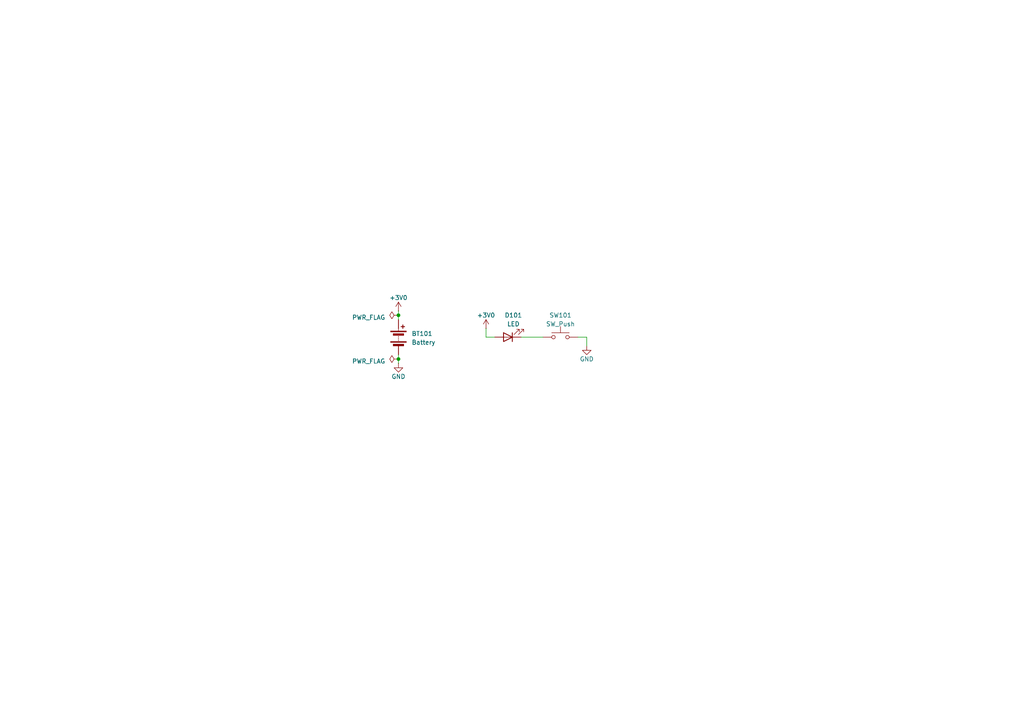
<source format=kicad_sch>
(kicad_sch (version 20250114) (generator "eeschema") (generator_version "9.0")
  (paper "A4")
  (title_block (title "Example KiCad project") (date "2023-03-15") (rev "v1.0") (company "actions-for-kicad") (comment 1 "The example project for the generate KiCad files action."))
  (lib_symbols
    (symbol "Device:Battery" (pin_numbers (hide yes)) (pin_names (offset 0) (hide yes))
      (property "Reference" "BT" (at 2.54 2.54 0))
      (property "Value" "Battery" (at 2.54 0 0))
      (symbol "Battery_0_1"
        (rectangle (start -2.286 1.778) (end 2.286 1.524) (fill (type outline)))
        (rectangle (start -2.286 -1.27) (end 2.286 -1.524) (fill (type outline)))
        (rectangle (start -1.524 1.016) (end 1.524 0.508) (fill (type outline)))
        (rectangle (start -1.524 -2.032) (end 1.524 -2.54) (fill (type outline)))
        (polyline (pts (xy 0 1.778) (xy 0 2.54)))
        (polyline (pts (xy 0 0) (xy 0 0.254)))
        (polyline (pts (xy 0 -0.508) (xy 0 -0.254)))
        (polyline (pts (xy 0 -1.016) (xy 0 -0.762)))
        (polyline (pts (xy 0.762 3.048) (xy 1.778 3.048)) (stroke (width 0.254)))
        (polyline (pts (xy 1.27 3.556) (xy 1.27 2.54)) (stroke (width 0.254)))
      )
      (symbol "Battery_1_1"
        (pin passive line (at 0 5.08 270) (length 2.54) (name "+") (number "1"))
        (pin passive line (at 0 -5.08 90) (length 2.54) (name "-") (number "2"))
      )
    )
    (symbol "Device:LED" (pin_numbers (hide yes)) (pin_names (offset 1.016) (hide yes))
      (property "Reference" "D" (at 0 2.54 0))
      (property "Value" "LED" (at 0 -2.54 0))
      (symbol "LED_0_1"
        (polyline (pts (xy -3.048 -0.762) (xy -4.572 -2.286) (xy -3.81 -2.286) (xy -4.572 -2.286) (xy -4.572 -1.524)))
        (polyline (pts (xy -1.778 -0.762) (xy -3.302 -2.286) (xy -2.54 -2.286) (xy -3.302 -2.286) (xy -3.302 -1.524)))
        (polyline (pts (xy -1.27 0) (xy 1.27 0)))
        (polyline (pts (xy -1.27 -1.27) (xy -1.27 1.27)) (stroke (width 0.254)))
        (polyline (pts (xy 1.27 -1.27) (xy 1.27 1.27) (xy -1.27 0) (xy 1.27 -1.27)) (stroke (width 0.254)))
      )
      (symbol "LED_1_1"
        (pin passive line (at -3.81 0 0) (length 2.54) (name "K") (number "1"))
        (pin passive line (at 3.81 0 180) (length 2.54) (name "A") (number "2"))
      )
    )
    (symbol "Switch:SW_Push" (pin_numbers (hide yes)) (pin_names (offset 1.016) (hide yes))
      (property "Reference" "SW" (at 1.27 2.54 0))
      (property "Value" "SW_Push" (at 0 -1.524 0))
      (symbol "SW_Push_0_1"
        (circle (center -2.032 0) (radius 0.508))
        (polyline (pts (xy 0 1.27) (xy 0 3.048)))
        (circle (center 2.032 0) (radius 0.508))
        (polyline (pts (xy 2.54 1.27) (xy -2.54 1.27)))
        (pin passive line (at -5.08 0 0) (length 2.54) (name "1") (number "1"))
        (pin passive line (at 5.08 0 180) (length 2.54) (name "2") (number "2"))
      )
    )
    (symbol "power:+3V0" (power) (pin_numbers (hide yes)) (pin_names (offset 0) (hide yes))
      (property "Value" "+3V0" (at 0 3.556 0))
      (symbol "+3V0_0_1"
        (polyline (pts (xy -0.762 1.27) (xy 0 2.54)))
        (polyline (pts (xy 0 2.54) (xy 0.762 1.27)))
        (polyline (pts (xy 0 0) (xy 0 2.54)))
      )
      (symbol "+3V0_1_1"
        (pin power_in line (at 0 0 90) (length 0) (name "~") (number "1"))
      )
    )
    (symbol "power:GND" (power) (pin_numbers (hide yes)) (pin_names (offset 0) (hide yes))
      (property "Value" "GND" (at 0 -3.81 0))
      (symbol "GND_0_1"
        (polyline (pts (xy 0 0) (xy 0 -1.27) (xy 1.27 -1.27) (xy 0 -2.54) (xy -1.27 -1.27) (xy 0 -1.27)))
      )
      (symbol "GND_1_1"
        (pin power_in line (at 0 0 270) (length 0) (name "~") (number "1"))
      )
    )
    (symbol "power:PWR_FLAG" (power) (pin_numbers (hide yes)) (pin_names (offset 0) (hide yes))
      (property "Value" "PWR_FLAG" (at 0 3.81 0))
      (symbol "PWR_FLAG_0_0"
        (pin power_out line (at 0 0 90) (length 0) (name "~") (number "1"))
      )
      (symbol "PWR_FLAG_0_1"
        (polyline (pts (xy 0 0) (xy 0 1.27) (xy -1.016 1.905) (xy 0 2.54) (xy 1.016 1.905) (xy 0 1.27)))
      )
    )
  )
  (junction (at 115.57 91.44))
  (junction (at 115.57 104.14))
  (wire (pts (xy 115.57 91.44) (xy 115.57 92.71)))
  (wire (pts (xy 167.64 97.79) (xy 170.18 97.79)))
  (wire (pts (xy 115.57 104.14) (xy 115.57 102.87)))
  (wire (pts (xy 140.97 97.79) (xy 143.51 97.79)))
  (wire (pts (xy 151.13 97.79) (xy 157.48 97.79)))
  (wire (pts (xy 170.18 97.79) (xy 170.18 100.33)))
  (wire (pts (xy 140.97 95.25) (xy 140.97 97.79)))
  (wire (pts (xy 115.57 105.41) (xy 115.57 104.14)))
  (wire (pts (xy 115.57 90.17) (xy 115.57 91.44)))
  (symbol (lib_id "power:+3V0") (at 115.57 90.17 0) (unit 1)
    (property "Reference" "#PWR0104" (effects (hide yes)))
    (property "Value" "+3V0" (at 115.57 86.36 0))
    (property "Description" "Power symbol creates a global label with name \"+3V0\"" (effects (hide yes)))
  )
  (symbol (lib_id "power:GND") (at 115.57 105.41 0) (unit 1)
    (property "Reference" "#PWR0103" (effects (hide yes)))
    (property "Value" "GND" (at 115.57 109.22 0))
    (property "Description" "Power symbol creates a global label with name \"GND\" , ground" (effects (hide yes)))
  )
  (symbol (lib_id "power:+3V0") (at 140.97 95.25 0) (unit 1)
    (property "Reference" "#PWR0102" (effects (hide yes)))
    (property "Value" "+3V0" (at 140.97 91.44 0))
    (property "Description" "Power symbol creates a global label with name \"+3V0\"" (effects (hide yes)))
  )
  (symbol (lib_id "Switch:SW_Push") (at 162.56 97.79 0) (unit 1)
    (property "Reference" "SW101" (at 162.56 91.44 0))
    (property "Value" "SW_Push" (at 162.56 93.98 0))
    (property "Footprint" "Button_Switch_THT:SW_PUSH_6mm" (effects (hide yes)))
    (property "Description" "Push button switch, generic, two pins" (effects (hide yes)))
  )
  (symbol (lib_id "Device:Battery") (at 115.57 97.79 0) (unit 1)
    (property "Reference" "BT101" (at 119.38 96.774 0) (effects (justify left)))
    (property "Value" "Battery" (at 119.38 99.314 0) (effects (justify left)))
    (property "Footprint" "Battery:BatteryHolder_Bulgin_BX0036_1xC" (effects (hide yes)))
    (property "Description" "Multiple-cell battery" (effects (hide yes)))
  )
  (symbol (lib_id "Device:LED") (at 147.32 97.79 180) (unit 1)
    (property "Reference" "D101" (at 148.9075 91.44 0))
    (property "Value" "LED" (at 148.9075 93.98 0))
    (property "Footprint" "LED_THT:LED_D3.0mm_Horizontal_O1.27mm_Z2.0mm" (effects (hide yes)))
    (property "Description" "Light emitting diode" (effects (hide yes)))
    (property "Sim.Pins" "1=K 2=A" (effects (hide yes)))
  )
  (symbol (lib_id "power:PWR_FLAG") (at 115.57 104.14 90) (unit 1)
    (property "Reference" "#FLG0102" (effects (hide yes)))
    (property "Value" "PWR_FLAG" (at 111.76 104.775 90) (effects (justify left)))
    (property "Description" "Special symbol for telling ERC where power comes from" (effects (hide yes)))
  )
  (symbol (lib_id "power:GND") (at 170.18 100.33 0) (unit 1)
    (property "Reference" "#PWR0101" (effects (hide yes)))
    (property "Value" "GND" (at 170.18 104.14 0))
    (property "Description" "Power symbol creates a global label with name \"GND\" , ground" (effects (hide yes)))
  )
  (symbol (lib_id "power:PWR_FLAG") (at 115.57 91.44 90) (unit 1)
    (property "Reference" "#FLG0101" (effects (hide yes)))
    (property "Value" "PWR_FLAG" (at 111.76 92.075 90) (effects (justify left)))
    (property "Description" "Special symbol for telling ERC where power comes from" (effects (hide yes)))
  )
)
</source>
